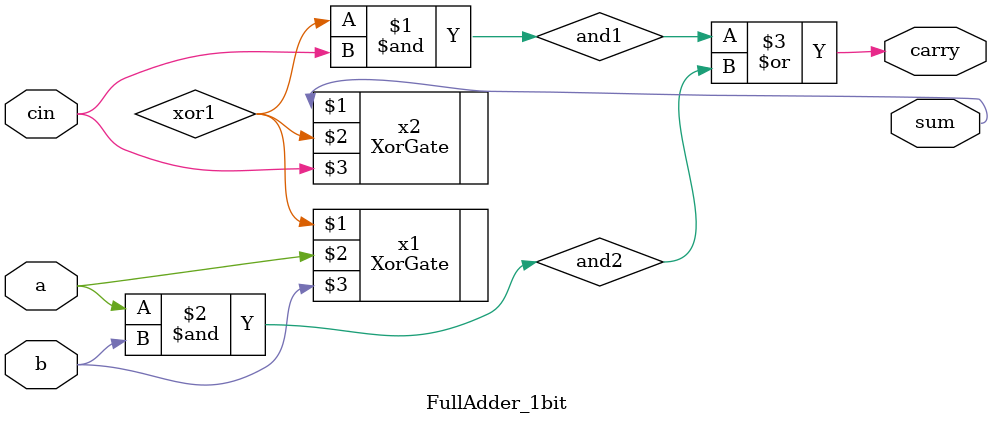
<source format=v>
`timescale 1ns / 1ps
module FullAdder_1bit(output sum, carry, input a, b, cin
    );
//This is the 1 Bit ADD module
//This is the Full Adder form the revious lab
	wire xor1, and1, and2;
	//gates
	XorGate 	x1 (xor1,a,b);
	XorGate	x2 (sum,xor1,cin); //sum output
	and 	(and1, xor1,cin);
	and 	(and2, a,b);
	or 	(carry, and1, and2);	//carry output


endmodule

</source>
